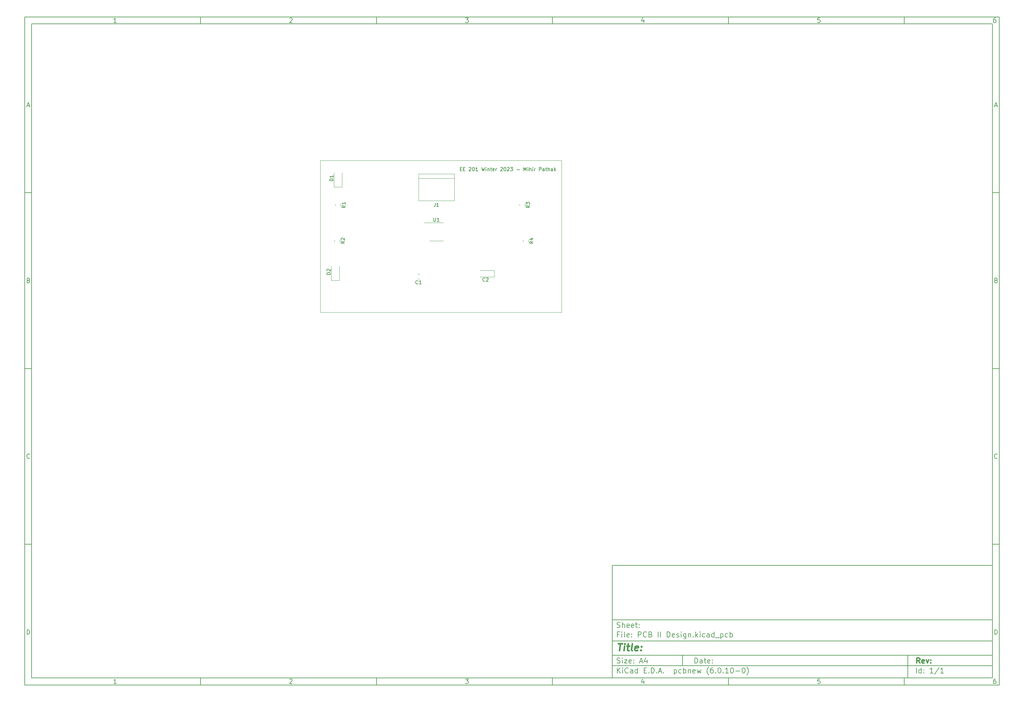
<source format=gbr>
%TF.GenerationSoftware,KiCad,Pcbnew,(6.0.10-0)*%
%TF.CreationDate,2023-02-24T22:40:58-08:00*%
%TF.ProjectId,PCB II Design,50434220-4949-4204-9465-7369676e2e6b,rev?*%
%TF.SameCoordinates,Original*%
%TF.FileFunction,Legend,Top*%
%TF.FilePolarity,Positive*%
%FSLAX46Y46*%
G04 Gerber Fmt 4.6, Leading zero omitted, Abs format (unit mm)*
G04 Created by KiCad (PCBNEW (6.0.10-0)) date 2023-02-24 22:40:58*
%MOMM*%
%LPD*%
G01*
G04 APERTURE LIST*
%ADD10C,0.100000*%
%ADD11C,0.150000*%
%ADD12C,0.300000*%
%ADD13C,0.400000*%
%TA.AperFunction,Profile*%
%ADD14C,0.100000*%
%TD*%
%ADD15C,0.120000*%
G04 APERTURE END LIST*
D10*
D11*
X177002200Y-166007200D02*
X177002200Y-198007200D01*
X285002200Y-198007200D01*
X285002200Y-166007200D01*
X177002200Y-166007200D01*
D10*
D11*
X10000000Y-10000000D02*
X10000000Y-200007200D01*
X287002200Y-200007200D01*
X287002200Y-10000000D01*
X10000000Y-10000000D01*
D10*
D11*
X12000000Y-12000000D02*
X12000000Y-198007200D01*
X285002200Y-198007200D01*
X285002200Y-12000000D01*
X12000000Y-12000000D01*
D10*
D11*
X60000000Y-12000000D02*
X60000000Y-10000000D01*
D10*
D11*
X110000000Y-12000000D02*
X110000000Y-10000000D01*
D10*
D11*
X160000000Y-12000000D02*
X160000000Y-10000000D01*
D10*
D11*
X210000000Y-12000000D02*
X210000000Y-10000000D01*
D10*
D11*
X260000000Y-12000000D02*
X260000000Y-10000000D01*
D10*
D11*
X36065476Y-11588095D02*
X35322619Y-11588095D01*
X35694047Y-11588095D02*
X35694047Y-10288095D01*
X35570238Y-10473809D01*
X35446428Y-10597619D01*
X35322619Y-10659523D01*
D10*
D11*
X85322619Y-10411904D02*
X85384523Y-10350000D01*
X85508333Y-10288095D01*
X85817857Y-10288095D01*
X85941666Y-10350000D01*
X86003571Y-10411904D01*
X86065476Y-10535714D01*
X86065476Y-10659523D01*
X86003571Y-10845238D01*
X85260714Y-11588095D01*
X86065476Y-11588095D01*
D10*
D11*
X135260714Y-10288095D02*
X136065476Y-10288095D01*
X135632142Y-10783333D01*
X135817857Y-10783333D01*
X135941666Y-10845238D01*
X136003571Y-10907142D01*
X136065476Y-11030952D01*
X136065476Y-11340476D01*
X136003571Y-11464285D01*
X135941666Y-11526190D01*
X135817857Y-11588095D01*
X135446428Y-11588095D01*
X135322619Y-11526190D01*
X135260714Y-11464285D01*
D10*
D11*
X185941666Y-10721428D02*
X185941666Y-11588095D01*
X185632142Y-10226190D02*
X185322619Y-11154761D01*
X186127380Y-11154761D01*
D10*
D11*
X236003571Y-10288095D02*
X235384523Y-10288095D01*
X235322619Y-10907142D01*
X235384523Y-10845238D01*
X235508333Y-10783333D01*
X235817857Y-10783333D01*
X235941666Y-10845238D01*
X236003571Y-10907142D01*
X236065476Y-11030952D01*
X236065476Y-11340476D01*
X236003571Y-11464285D01*
X235941666Y-11526190D01*
X235817857Y-11588095D01*
X235508333Y-11588095D01*
X235384523Y-11526190D01*
X235322619Y-11464285D01*
D10*
D11*
X285941666Y-10288095D02*
X285694047Y-10288095D01*
X285570238Y-10350000D01*
X285508333Y-10411904D01*
X285384523Y-10597619D01*
X285322619Y-10845238D01*
X285322619Y-11340476D01*
X285384523Y-11464285D01*
X285446428Y-11526190D01*
X285570238Y-11588095D01*
X285817857Y-11588095D01*
X285941666Y-11526190D01*
X286003571Y-11464285D01*
X286065476Y-11340476D01*
X286065476Y-11030952D01*
X286003571Y-10907142D01*
X285941666Y-10845238D01*
X285817857Y-10783333D01*
X285570238Y-10783333D01*
X285446428Y-10845238D01*
X285384523Y-10907142D01*
X285322619Y-11030952D01*
D10*
D11*
X60000000Y-198007200D02*
X60000000Y-200007200D01*
D10*
D11*
X110000000Y-198007200D02*
X110000000Y-200007200D01*
D10*
D11*
X160000000Y-198007200D02*
X160000000Y-200007200D01*
D10*
D11*
X210000000Y-198007200D02*
X210000000Y-200007200D01*
D10*
D11*
X260000000Y-198007200D02*
X260000000Y-200007200D01*
D10*
D11*
X36065476Y-199595295D02*
X35322619Y-199595295D01*
X35694047Y-199595295D02*
X35694047Y-198295295D01*
X35570238Y-198481009D01*
X35446428Y-198604819D01*
X35322619Y-198666723D01*
D10*
D11*
X85322619Y-198419104D02*
X85384523Y-198357200D01*
X85508333Y-198295295D01*
X85817857Y-198295295D01*
X85941666Y-198357200D01*
X86003571Y-198419104D01*
X86065476Y-198542914D01*
X86065476Y-198666723D01*
X86003571Y-198852438D01*
X85260714Y-199595295D01*
X86065476Y-199595295D01*
D10*
D11*
X135260714Y-198295295D02*
X136065476Y-198295295D01*
X135632142Y-198790533D01*
X135817857Y-198790533D01*
X135941666Y-198852438D01*
X136003571Y-198914342D01*
X136065476Y-199038152D01*
X136065476Y-199347676D01*
X136003571Y-199471485D01*
X135941666Y-199533390D01*
X135817857Y-199595295D01*
X135446428Y-199595295D01*
X135322619Y-199533390D01*
X135260714Y-199471485D01*
D10*
D11*
X185941666Y-198728628D02*
X185941666Y-199595295D01*
X185632142Y-198233390D02*
X185322619Y-199161961D01*
X186127380Y-199161961D01*
D10*
D11*
X236003571Y-198295295D02*
X235384523Y-198295295D01*
X235322619Y-198914342D01*
X235384523Y-198852438D01*
X235508333Y-198790533D01*
X235817857Y-198790533D01*
X235941666Y-198852438D01*
X236003571Y-198914342D01*
X236065476Y-199038152D01*
X236065476Y-199347676D01*
X236003571Y-199471485D01*
X235941666Y-199533390D01*
X235817857Y-199595295D01*
X235508333Y-199595295D01*
X235384523Y-199533390D01*
X235322619Y-199471485D01*
D10*
D11*
X285941666Y-198295295D02*
X285694047Y-198295295D01*
X285570238Y-198357200D01*
X285508333Y-198419104D01*
X285384523Y-198604819D01*
X285322619Y-198852438D01*
X285322619Y-199347676D01*
X285384523Y-199471485D01*
X285446428Y-199533390D01*
X285570238Y-199595295D01*
X285817857Y-199595295D01*
X285941666Y-199533390D01*
X286003571Y-199471485D01*
X286065476Y-199347676D01*
X286065476Y-199038152D01*
X286003571Y-198914342D01*
X285941666Y-198852438D01*
X285817857Y-198790533D01*
X285570238Y-198790533D01*
X285446428Y-198852438D01*
X285384523Y-198914342D01*
X285322619Y-199038152D01*
D10*
D11*
X10000000Y-60000000D02*
X12000000Y-60000000D01*
D10*
D11*
X10000000Y-110000000D02*
X12000000Y-110000000D01*
D10*
D11*
X10000000Y-160000000D02*
X12000000Y-160000000D01*
D10*
D11*
X10690476Y-35216666D02*
X11309523Y-35216666D01*
X10566666Y-35588095D02*
X11000000Y-34288095D01*
X11433333Y-35588095D01*
D10*
D11*
X11092857Y-84907142D02*
X11278571Y-84969047D01*
X11340476Y-85030952D01*
X11402380Y-85154761D01*
X11402380Y-85340476D01*
X11340476Y-85464285D01*
X11278571Y-85526190D01*
X11154761Y-85588095D01*
X10659523Y-85588095D01*
X10659523Y-84288095D01*
X11092857Y-84288095D01*
X11216666Y-84350000D01*
X11278571Y-84411904D01*
X11340476Y-84535714D01*
X11340476Y-84659523D01*
X11278571Y-84783333D01*
X11216666Y-84845238D01*
X11092857Y-84907142D01*
X10659523Y-84907142D01*
D10*
D11*
X11402380Y-135464285D02*
X11340476Y-135526190D01*
X11154761Y-135588095D01*
X11030952Y-135588095D01*
X10845238Y-135526190D01*
X10721428Y-135402380D01*
X10659523Y-135278571D01*
X10597619Y-135030952D01*
X10597619Y-134845238D01*
X10659523Y-134597619D01*
X10721428Y-134473809D01*
X10845238Y-134350000D01*
X11030952Y-134288095D01*
X11154761Y-134288095D01*
X11340476Y-134350000D01*
X11402380Y-134411904D01*
D10*
D11*
X10659523Y-185588095D02*
X10659523Y-184288095D01*
X10969047Y-184288095D01*
X11154761Y-184350000D01*
X11278571Y-184473809D01*
X11340476Y-184597619D01*
X11402380Y-184845238D01*
X11402380Y-185030952D01*
X11340476Y-185278571D01*
X11278571Y-185402380D01*
X11154761Y-185526190D01*
X10969047Y-185588095D01*
X10659523Y-185588095D01*
D10*
D11*
X287002200Y-60000000D02*
X285002200Y-60000000D01*
D10*
D11*
X287002200Y-110000000D02*
X285002200Y-110000000D01*
D10*
D11*
X287002200Y-160000000D02*
X285002200Y-160000000D01*
D10*
D11*
X285692676Y-35216666D02*
X286311723Y-35216666D01*
X285568866Y-35588095D02*
X286002200Y-34288095D01*
X286435533Y-35588095D01*
D10*
D11*
X286095057Y-84907142D02*
X286280771Y-84969047D01*
X286342676Y-85030952D01*
X286404580Y-85154761D01*
X286404580Y-85340476D01*
X286342676Y-85464285D01*
X286280771Y-85526190D01*
X286156961Y-85588095D01*
X285661723Y-85588095D01*
X285661723Y-84288095D01*
X286095057Y-84288095D01*
X286218866Y-84350000D01*
X286280771Y-84411904D01*
X286342676Y-84535714D01*
X286342676Y-84659523D01*
X286280771Y-84783333D01*
X286218866Y-84845238D01*
X286095057Y-84907142D01*
X285661723Y-84907142D01*
D10*
D11*
X286404580Y-135464285D02*
X286342676Y-135526190D01*
X286156961Y-135588095D01*
X286033152Y-135588095D01*
X285847438Y-135526190D01*
X285723628Y-135402380D01*
X285661723Y-135278571D01*
X285599819Y-135030952D01*
X285599819Y-134845238D01*
X285661723Y-134597619D01*
X285723628Y-134473809D01*
X285847438Y-134350000D01*
X286033152Y-134288095D01*
X286156961Y-134288095D01*
X286342676Y-134350000D01*
X286404580Y-134411904D01*
D10*
D11*
X285661723Y-185588095D02*
X285661723Y-184288095D01*
X285971247Y-184288095D01*
X286156961Y-184350000D01*
X286280771Y-184473809D01*
X286342676Y-184597619D01*
X286404580Y-184845238D01*
X286404580Y-185030952D01*
X286342676Y-185278571D01*
X286280771Y-185402380D01*
X286156961Y-185526190D01*
X285971247Y-185588095D01*
X285661723Y-185588095D01*
D10*
D11*
X200434342Y-193785771D02*
X200434342Y-192285771D01*
X200791485Y-192285771D01*
X201005771Y-192357200D01*
X201148628Y-192500057D01*
X201220057Y-192642914D01*
X201291485Y-192928628D01*
X201291485Y-193142914D01*
X201220057Y-193428628D01*
X201148628Y-193571485D01*
X201005771Y-193714342D01*
X200791485Y-193785771D01*
X200434342Y-193785771D01*
X202577200Y-193785771D02*
X202577200Y-193000057D01*
X202505771Y-192857200D01*
X202362914Y-192785771D01*
X202077200Y-192785771D01*
X201934342Y-192857200D01*
X202577200Y-193714342D02*
X202434342Y-193785771D01*
X202077200Y-193785771D01*
X201934342Y-193714342D01*
X201862914Y-193571485D01*
X201862914Y-193428628D01*
X201934342Y-193285771D01*
X202077200Y-193214342D01*
X202434342Y-193214342D01*
X202577200Y-193142914D01*
X203077200Y-192785771D02*
X203648628Y-192785771D01*
X203291485Y-192285771D02*
X203291485Y-193571485D01*
X203362914Y-193714342D01*
X203505771Y-193785771D01*
X203648628Y-193785771D01*
X204720057Y-193714342D02*
X204577200Y-193785771D01*
X204291485Y-193785771D01*
X204148628Y-193714342D01*
X204077200Y-193571485D01*
X204077200Y-193000057D01*
X204148628Y-192857200D01*
X204291485Y-192785771D01*
X204577200Y-192785771D01*
X204720057Y-192857200D01*
X204791485Y-193000057D01*
X204791485Y-193142914D01*
X204077200Y-193285771D01*
X205434342Y-193642914D02*
X205505771Y-193714342D01*
X205434342Y-193785771D01*
X205362914Y-193714342D01*
X205434342Y-193642914D01*
X205434342Y-193785771D01*
X205434342Y-192857200D02*
X205505771Y-192928628D01*
X205434342Y-193000057D01*
X205362914Y-192928628D01*
X205434342Y-192857200D01*
X205434342Y-193000057D01*
D10*
D11*
X177002200Y-194507200D02*
X285002200Y-194507200D01*
D10*
D11*
X178434342Y-196585771D02*
X178434342Y-195085771D01*
X179291485Y-196585771D02*
X178648628Y-195728628D01*
X179291485Y-195085771D02*
X178434342Y-195942914D01*
X179934342Y-196585771D02*
X179934342Y-195585771D01*
X179934342Y-195085771D02*
X179862914Y-195157200D01*
X179934342Y-195228628D01*
X180005771Y-195157200D01*
X179934342Y-195085771D01*
X179934342Y-195228628D01*
X181505771Y-196442914D02*
X181434342Y-196514342D01*
X181220057Y-196585771D01*
X181077200Y-196585771D01*
X180862914Y-196514342D01*
X180720057Y-196371485D01*
X180648628Y-196228628D01*
X180577200Y-195942914D01*
X180577200Y-195728628D01*
X180648628Y-195442914D01*
X180720057Y-195300057D01*
X180862914Y-195157200D01*
X181077200Y-195085771D01*
X181220057Y-195085771D01*
X181434342Y-195157200D01*
X181505771Y-195228628D01*
X182791485Y-196585771D02*
X182791485Y-195800057D01*
X182720057Y-195657200D01*
X182577200Y-195585771D01*
X182291485Y-195585771D01*
X182148628Y-195657200D01*
X182791485Y-196514342D02*
X182648628Y-196585771D01*
X182291485Y-196585771D01*
X182148628Y-196514342D01*
X182077200Y-196371485D01*
X182077200Y-196228628D01*
X182148628Y-196085771D01*
X182291485Y-196014342D01*
X182648628Y-196014342D01*
X182791485Y-195942914D01*
X184148628Y-196585771D02*
X184148628Y-195085771D01*
X184148628Y-196514342D02*
X184005771Y-196585771D01*
X183720057Y-196585771D01*
X183577200Y-196514342D01*
X183505771Y-196442914D01*
X183434342Y-196300057D01*
X183434342Y-195871485D01*
X183505771Y-195728628D01*
X183577200Y-195657200D01*
X183720057Y-195585771D01*
X184005771Y-195585771D01*
X184148628Y-195657200D01*
X186005771Y-195800057D02*
X186505771Y-195800057D01*
X186720057Y-196585771D02*
X186005771Y-196585771D01*
X186005771Y-195085771D01*
X186720057Y-195085771D01*
X187362914Y-196442914D02*
X187434342Y-196514342D01*
X187362914Y-196585771D01*
X187291485Y-196514342D01*
X187362914Y-196442914D01*
X187362914Y-196585771D01*
X188077200Y-196585771D02*
X188077200Y-195085771D01*
X188434342Y-195085771D01*
X188648628Y-195157200D01*
X188791485Y-195300057D01*
X188862914Y-195442914D01*
X188934342Y-195728628D01*
X188934342Y-195942914D01*
X188862914Y-196228628D01*
X188791485Y-196371485D01*
X188648628Y-196514342D01*
X188434342Y-196585771D01*
X188077200Y-196585771D01*
X189577200Y-196442914D02*
X189648628Y-196514342D01*
X189577200Y-196585771D01*
X189505771Y-196514342D01*
X189577200Y-196442914D01*
X189577200Y-196585771D01*
X190220057Y-196157200D02*
X190934342Y-196157200D01*
X190077200Y-196585771D02*
X190577200Y-195085771D01*
X191077200Y-196585771D01*
X191577200Y-196442914D02*
X191648628Y-196514342D01*
X191577200Y-196585771D01*
X191505771Y-196514342D01*
X191577200Y-196442914D01*
X191577200Y-196585771D01*
X194577200Y-195585771D02*
X194577200Y-197085771D01*
X194577200Y-195657200D02*
X194720057Y-195585771D01*
X195005771Y-195585771D01*
X195148628Y-195657200D01*
X195220057Y-195728628D01*
X195291485Y-195871485D01*
X195291485Y-196300057D01*
X195220057Y-196442914D01*
X195148628Y-196514342D01*
X195005771Y-196585771D01*
X194720057Y-196585771D01*
X194577200Y-196514342D01*
X196577200Y-196514342D02*
X196434342Y-196585771D01*
X196148628Y-196585771D01*
X196005771Y-196514342D01*
X195934342Y-196442914D01*
X195862914Y-196300057D01*
X195862914Y-195871485D01*
X195934342Y-195728628D01*
X196005771Y-195657200D01*
X196148628Y-195585771D01*
X196434342Y-195585771D01*
X196577200Y-195657200D01*
X197220057Y-196585771D02*
X197220057Y-195085771D01*
X197220057Y-195657200D02*
X197362914Y-195585771D01*
X197648628Y-195585771D01*
X197791485Y-195657200D01*
X197862914Y-195728628D01*
X197934342Y-195871485D01*
X197934342Y-196300057D01*
X197862914Y-196442914D01*
X197791485Y-196514342D01*
X197648628Y-196585771D01*
X197362914Y-196585771D01*
X197220057Y-196514342D01*
X198577200Y-195585771D02*
X198577200Y-196585771D01*
X198577200Y-195728628D02*
X198648628Y-195657200D01*
X198791485Y-195585771D01*
X199005771Y-195585771D01*
X199148628Y-195657200D01*
X199220057Y-195800057D01*
X199220057Y-196585771D01*
X200505771Y-196514342D02*
X200362914Y-196585771D01*
X200077200Y-196585771D01*
X199934342Y-196514342D01*
X199862914Y-196371485D01*
X199862914Y-195800057D01*
X199934342Y-195657200D01*
X200077200Y-195585771D01*
X200362914Y-195585771D01*
X200505771Y-195657200D01*
X200577200Y-195800057D01*
X200577200Y-195942914D01*
X199862914Y-196085771D01*
X201077200Y-195585771D02*
X201362914Y-196585771D01*
X201648628Y-195871485D01*
X201934342Y-196585771D01*
X202220057Y-195585771D01*
X204362914Y-197157200D02*
X204291485Y-197085771D01*
X204148628Y-196871485D01*
X204077200Y-196728628D01*
X204005771Y-196514342D01*
X203934342Y-196157200D01*
X203934342Y-195871485D01*
X204005771Y-195514342D01*
X204077200Y-195300057D01*
X204148628Y-195157200D01*
X204291485Y-194942914D01*
X204362914Y-194871485D01*
X205577200Y-195085771D02*
X205291485Y-195085771D01*
X205148628Y-195157200D01*
X205077200Y-195228628D01*
X204934342Y-195442914D01*
X204862914Y-195728628D01*
X204862914Y-196300057D01*
X204934342Y-196442914D01*
X205005771Y-196514342D01*
X205148628Y-196585771D01*
X205434342Y-196585771D01*
X205577200Y-196514342D01*
X205648628Y-196442914D01*
X205720057Y-196300057D01*
X205720057Y-195942914D01*
X205648628Y-195800057D01*
X205577200Y-195728628D01*
X205434342Y-195657200D01*
X205148628Y-195657200D01*
X205005771Y-195728628D01*
X204934342Y-195800057D01*
X204862914Y-195942914D01*
X206362914Y-196442914D02*
X206434342Y-196514342D01*
X206362914Y-196585771D01*
X206291485Y-196514342D01*
X206362914Y-196442914D01*
X206362914Y-196585771D01*
X207362914Y-195085771D02*
X207505771Y-195085771D01*
X207648628Y-195157200D01*
X207720057Y-195228628D01*
X207791485Y-195371485D01*
X207862914Y-195657200D01*
X207862914Y-196014342D01*
X207791485Y-196300057D01*
X207720057Y-196442914D01*
X207648628Y-196514342D01*
X207505771Y-196585771D01*
X207362914Y-196585771D01*
X207220057Y-196514342D01*
X207148628Y-196442914D01*
X207077200Y-196300057D01*
X207005771Y-196014342D01*
X207005771Y-195657200D01*
X207077200Y-195371485D01*
X207148628Y-195228628D01*
X207220057Y-195157200D01*
X207362914Y-195085771D01*
X208505771Y-196442914D02*
X208577200Y-196514342D01*
X208505771Y-196585771D01*
X208434342Y-196514342D01*
X208505771Y-196442914D01*
X208505771Y-196585771D01*
X210005771Y-196585771D02*
X209148628Y-196585771D01*
X209577200Y-196585771D02*
X209577200Y-195085771D01*
X209434342Y-195300057D01*
X209291485Y-195442914D01*
X209148628Y-195514342D01*
X210934342Y-195085771D02*
X211077200Y-195085771D01*
X211220057Y-195157200D01*
X211291485Y-195228628D01*
X211362914Y-195371485D01*
X211434342Y-195657200D01*
X211434342Y-196014342D01*
X211362914Y-196300057D01*
X211291485Y-196442914D01*
X211220057Y-196514342D01*
X211077200Y-196585771D01*
X210934342Y-196585771D01*
X210791485Y-196514342D01*
X210720057Y-196442914D01*
X210648628Y-196300057D01*
X210577200Y-196014342D01*
X210577200Y-195657200D01*
X210648628Y-195371485D01*
X210720057Y-195228628D01*
X210791485Y-195157200D01*
X210934342Y-195085771D01*
X212077200Y-196014342D02*
X213220057Y-196014342D01*
X214220057Y-195085771D02*
X214362914Y-195085771D01*
X214505771Y-195157200D01*
X214577200Y-195228628D01*
X214648628Y-195371485D01*
X214720057Y-195657200D01*
X214720057Y-196014342D01*
X214648628Y-196300057D01*
X214577200Y-196442914D01*
X214505771Y-196514342D01*
X214362914Y-196585771D01*
X214220057Y-196585771D01*
X214077200Y-196514342D01*
X214005771Y-196442914D01*
X213934342Y-196300057D01*
X213862914Y-196014342D01*
X213862914Y-195657200D01*
X213934342Y-195371485D01*
X214005771Y-195228628D01*
X214077200Y-195157200D01*
X214220057Y-195085771D01*
X215220057Y-197157200D02*
X215291485Y-197085771D01*
X215434342Y-196871485D01*
X215505771Y-196728628D01*
X215577200Y-196514342D01*
X215648628Y-196157200D01*
X215648628Y-195871485D01*
X215577200Y-195514342D01*
X215505771Y-195300057D01*
X215434342Y-195157200D01*
X215291485Y-194942914D01*
X215220057Y-194871485D01*
D10*
D11*
X177002200Y-191507200D02*
X285002200Y-191507200D01*
D10*
D12*
X264411485Y-193785771D02*
X263911485Y-193071485D01*
X263554342Y-193785771D02*
X263554342Y-192285771D01*
X264125771Y-192285771D01*
X264268628Y-192357200D01*
X264340057Y-192428628D01*
X264411485Y-192571485D01*
X264411485Y-192785771D01*
X264340057Y-192928628D01*
X264268628Y-193000057D01*
X264125771Y-193071485D01*
X263554342Y-193071485D01*
X265625771Y-193714342D02*
X265482914Y-193785771D01*
X265197200Y-193785771D01*
X265054342Y-193714342D01*
X264982914Y-193571485D01*
X264982914Y-193000057D01*
X265054342Y-192857200D01*
X265197200Y-192785771D01*
X265482914Y-192785771D01*
X265625771Y-192857200D01*
X265697200Y-193000057D01*
X265697200Y-193142914D01*
X264982914Y-193285771D01*
X266197200Y-192785771D02*
X266554342Y-193785771D01*
X266911485Y-192785771D01*
X267482914Y-193642914D02*
X267554342Y-193714342D01*
X267482914Y-193785771D01*
X267411485Y-193714342D01*
X267482914Y-193642914D01*
X267482914Y-193785771D01*
X267482914Y-192857200D02*
X267554342Y-192928628D01*
X267482914Y-193000057D01*
X267411485Y-192928628D01*
X267482914Y-192857200D01*
X267482914Y-193000057D01*
D10*
D11*
X178362914Y-193714342D02*
X178577200Y-193785771D01*
X178934342Y-193785771D01*
X179077200Y-193714342D01*
X179148628Y-193642914D01*
X179220057Y-193500057D01*
X179220057Y-193357200D01*
X179148628Y-193214342D01*
X179077200Y-193142914D01*
X178934342Y-193071485D01*
X178648628Y-193000057D01*
X178505771Y-192928628D01*
X178434342Y-192857200D01*
X178362914Y-192714342D01*
X178362914Y-192571485D01*
X178434342Y-192428628D01*
X178505771Y-192357200D01*
X178648628Y-192285771D01*
X179005771Y-192285771D01*
X179220057Y-192357200D01*
X179862914Y-193785771D02*
X179862914Y-192785771D01*
X179862914Y-192285771D02*
X179791485Y-192357200D01*
X179862914Y-192428628D01*
X179934342Y-192357200D01*
X179862914Y-192285771D01*
X179862914Y-192428628D01*
X180434342Y-192785771D02*
X181220057Y-192785771D01*
X180434342Y-193785771D01*
X181220057Y-193785771D01*
X182362914Y-193714342D02*
X182220057Y-193785771D01*
X181934342Y-193785771D01*
X181791485Y-193714342D01*
X181720057Y-193571485D01*
X181720057Y-193000057D01*
X181791485Y-192857200D01*
X181934342Y-192785771D01*
X182220057Y-192785771D01*
X182362914Y-192857200D01*
X182434342Y-193000057D01*
X182434342Y-193142914D01*
X181720057Y-193285771D01*
X183077200Y-193642914D02*
X183148628Y-193714342D01*
X183077200Y-193785771D01*
X183005771Y-193714342D01*
X183077200Y-193642914D01*
X183077200Y-193785771D01*
X183077200Y-192857200D02*
X183148628Y-192928628D01*
X183077200Y-193000057D01*
X183005771Y-192928628D01*
X183077200Y-192857200D01*
X183077200Y-193000057D01*
X184862914Y-193357200D02*
X185577200Y-193357200D01*
X184720057Y-193785771D02*
X185220057Y-192285771D01*
X185720057Y-193785771D01*
X186862914Y-192785771D02*
X186862914Y-193785771D01*
X186505771Y-192214342D02*
X186148628Y-193285771D01*
X187077200Y-193285771D01*
D10*
D11*
X263434342Y-196585771D02*
X263434342Y-195085771D01*
X264791485Y-196585771D02*
X264791485Y-195085771D01*
X264791485Y-196514342D02*
X264648628Y-196585771D01*
X264362914Y-196585771D01*
X264220057Y-196514342D01*
X264148628Y-196442914D01*
X264077200Y-196300057D01*
X264077200Y-195871485D01*
X264148628Y-195728628D01*
X264220057Y-195657200D01*
X264362914Y-195585771D01*
X264648628Y-195585771D01*
X264791485Y-195657200D01*
X265505771Y-196442914D02*
X265577200Y-196514342D01*
X265505771Y-196585771D01*
X265434342Y-196514342D01*
X265505771Y-196442914D01*
X265505771Y-196585771D01*
X265505771Y-195657200D02*
X265577200Y-195728628D01*
X265505771Y-195800057D01*
X265434342Y-195728628D01*
X265505771Y-195657200D01*
X265505771Y-195800057D01*
X268148628Y-196585771D02*
X267291485Y-196585771D01*
X267720057Y-196585771D02*
X267720057Y-195085771D01*
X267577200Y-195300057D01*
X267434342Y-195442914D01*
X267291485Y-195514342D01*
X269862914Y-195014342D02*
X268577200Y-196942914D01*
X271148628Y-196585771D02*
X270291485Y-196585771D01*
X270720057Y-196585771D02*
X270720057Y-195085771D01*
X270577200Y-195300057D01*
X270434342Y-195442914D01*
X270291485Y-195514342D01*
D10*
D11*
X177002200Y-187507200D02*
X285002200Y-187507200D01*
D10*
D13*
X178714580Y-188211961D02*
X179857438Y-188211961D01*
X179036009Y-190211961D02*
X179286009Y-188211961D01*
X180274104Y-190211961D02*
X180440771Y-188878628D01*
X180524104Y-188211961D02*
X180416961Y-188307200D01*
X180500295Y-188402438D01*
X180607438Y-188307200D01*
X180524104Y-188211961D01*
X180500295Y-188402438D01*
X181107438Y-188878628D02*
X181869342Y-188878628D01*
X181476485Y-188211961D02*
X181262200Y-189926247D01*
X181333628Y-190116723D01*
X181512200Y-190211961D01*
X181702676Y-190211961D01*
X182655057Y-190211961D02*
X182476485Y-190116723D01*
X182405057Y-189926247D01*
X182619342Y-188211961D01*
X184190771Y-190116723D02*
X183988390Y-190211961D01*
X183607438Y-190211961D01*
X183428866Y-190116723D01*
X183357438Y-189926247D01*
X183452676Y-189164342D01*
X183571723Y-188973866D01*
X183774104Y-188878628D01*
X184155057Y-188878628D01*
X184333628Y-188973866D01*
X184405057Y-189164342D01*
X184381247Y-189354819D01*
X183405057Y-189545295D01*
X185155057Y-190021485D02*
X185238390Y-190116723D01*
X185131247Y-190211961D01*
X185047914Y-190116723D01*
X185155057Y-190021485D01*
X185131247Y-190211961D01*
X185286009Y-188973866D02*
X185369342Y-189069104D01*
X185262200Y-189164342D01*
X185178866Y-189069104D01*
X185286009Y-188973866D01*
X185262200Y-189164342D01*
D10*
D11*
X178934342Y-185600057D02*
X178434342Y-185600057D01*
X178434342Y-186385771D02*
X178434342Y-184885771D01*
X179148628Y-184885771D01*
X179720057Y-186385771D02*
X179720057Y-185385771D01*
X179720057Y-184885771D02*
X179648628Y-184957200D01*
X179720057Y-185028628D01*
X179791485Y-184957200D01*
X179720057Y-184885771D01*
X179720057Y-185028628D01*
X180648628Y-186385771D02*
X180505771Y-186314342D01*
X180434342Y-186171485D01*
X180434342Y-184885771D01*
X181791485Y-186314342D02*
X181648628Y-186385771D01*
X181362914Y-186385771D01*
X181220057Y-186314342D01*
X181148628Y-186171485D01*
X181148628Y-185600057D01*
X181220057Y-185457200D01*
X181362914Y-185385771D01*
X181648628Y-185385771D01*
X181791485Y-185457200D01*
X181862914Y-185600057D01*
X181862914Y-185742914D01*
X181148628Y-185885771D01*
X182505771Y-186242914D02*
X182577200Y-186314342D01*
X182505771Y-186385771D01*
X182434342Y-186314342D01*
X182505771Y-186242914D01*
X182505771Y-186385771D01*
X182505771Y-185457200D02*
X182577200Y-185528628D01*
X182505771Y-185600057D01*
X182434342Y-185528628D01*
X182505771Y-185457200D01*
X182505771Y-185600057D01*
X184362914Y-186385771D02*
X184362914Y-184885771D01*
X184934342Y-184885771D01*
X185077200Y-184957200D01*
X185148628Y-185028628D01*
X185220057Y-185171485D01*
X185220057Y-185385771D01*
X185148628Y-185528628D01*
X185077200Y-185600057D01*
X184934342Y-185671485D01*
X184362914Y-185671485D01*
X186720057Y-186242914D02*
X186648628Y-186314342D01*
X186434342Y-186385771D01*
X186291485Y-186385771D01*
X186077200Y-186314342D01*
X185934342Y-186171485D01*
X185862914Y-186028628D01*
X185791485Y-185742914D01*
X185791485Y-185528628D01*
X185862914Y-185242914D01*
X185934342Y-185100057D01*
X186077200Y-184957200D01*
X186291485Y-184885771D01*
X186434342Y-184885771D01*
X186648628Y-184957200D01*
X186720057Y-185028628D01*
X187862914Y-185600057D02*
X188077200Y-185671485D01*
X188148628Y-185742914D01*
X188220057Y-185885771D01*
X188220057Y-186100057D01*
X188148628Y-186242914D01*
X188077200Y-186314342D01*
X187934342Y-186385771D01*
X187362914Y-186385771D01*
X187362914Y-184885771D01*
X187862914Y-184885771D01*
X188005771Y-184957200D01*
X188077200Y-185028628D01*
X188148628Y-185171485D01*
X188148628Y-185314342D01*
X188077200Y-185457200D01*
X188005771Y-185528628D01*
X187862914Y-185600057D01*
X187362914Y-185600057D01*
X190005771Y-186385771D02*
X190005771Y-184885771D01*
X190720057Y-186385771D02*
X190720057Y-184885771D01*
X192577200Y-186385771D02*
X192577200Y-184885771D01*
X192934342Y-184885771D01*
X193148628Y-184957200D01*
X193291485Y-185100057D01*
X193362914Y-185242914D01*
X193434342Y-185528628D01*
X193434342Y-185742914D01*
X193362914Y-186028628D01*
X193291485Y-186171485D01*
X193148628Y-186314342D01*
X192934342Y-186385771D01*
X192577200Y-186385771D01*
X194648628Y-186314342D02*
X194505771Y-186385771D01*
X194220057Y-186385771D01*
X194077200Y-186314342D01*
X194005771Y-186171485D01*
X194005771Y-185600057D01*
X194077200Y-185457200D01*
X194220057Y-185385771D01*
X194505771Y-185385771D01*
X194648628Y-185457200D01*
X194720057Y-185600057D01*
X194720057Y-185742914D01*
X194005771Y-185885771D01*
X195291485Y-186314342D02*
X195434342Y-186385771D01*
X195720057Y-186385771D01*
X195862914Y-186314342D01*
X195934342Y-186171485D01*
X195934342Y-186100057D01*
X195862914Y-185957200D01*
X195720057Y-185885771D01*
X195505771Y-185885771D01*
X195362914Y-185814342D01*
X195291485Y-185671485D01*
X195291485Y-185600057D01*
X195362914Y-185457200D01*
X195505771Y-185385771D01*
X195720057Y-185385771D01*
X195862914Y-185457200D01*
X196577200Y-186385771D02*
X196577200Y-185385771D01*
X196577200Y-184885771D02*
X196505771Y-184957200D01*
X196577200Y-185028628D01*
X196648628Y-184957200D01*
X196577200Y-184885771D01*
X196577200Y-185028628D01*
X197934342Y-185385771D02*
X197934342Y-186600057D01*
X197862914Y-186742914D01*
X197791485Y-186814342D01*
X197648628Y-186885771D01*
X197434342Y-186885771D01*
X197291485Y-186814342D01*
X197934342Y-186314342D02*
X197791485Y-186385771D01*
X197505771Y-186385771D01*
X197362914Y-186314342D01*
X197291485Y-186242914D01*
X197220057Y-186100057D01*
X197220057Y-185671485D01*
X197291485Y-185528628D01*
X197362914Y-185457200D01*
X197505771Y-185385771D01*
X197791485Y-185385771D01*
X197934342Y-185457200D01*
X198648628Y-185385771D02*
X198648628Y-186385771D01*
X198648628Y-185528628D02*
X198720057Y-185457200D01*
X198862914Y-185385771D01*
X199077200Y-185385771D01*
X199220057Y-185457200D01*
X199291485Y-185600057D01*
X199291485Y-186385771D01*
X200005771Y-186242914D02*
X200077200Y-186314342D01*
X200005771Y-186385771D01*
X199934342Y-186314342D01*
X200005771Y-186242914D01*
X200005771Y-186385771D01*
X200720057Y-186385771D02*
X200720057Y-184885771D01*
X200862914Y-185814342D02*
X201291485Y-186385771D01*
X201291485Y-185385771D02*
X200720057Y-185957200D01*
X201934342Y-186385771D02*
X201934342Y-185385771D01*
X201934342Y-184885771D02*
X201862914Y-184957200D01*
X201934342Y-185028628D01*
X202005771Y-184957200D01*
X201934342Y-184885771D01*
X201934342Y-185028628D01*
X203291485Y-186314342D02*
X203148628Y-186385771D01*
X202862914Y-186385771D01*
X202720057Y-186314342D01*
X202648628Y-186242914D01*
X202577200Y-186100057D01*
X202577200Y-185671485D01*
X202648628Y-185528628D01*
X202720057Y-185457200D01*
X202862914Y-185385771D01*
X203148628Y-185385771D01*
X203291485Y-185457200D01*
X204577200Y-186385771D02*
X204577200Y-185600057D01*
X204505771Y-185457200D01*
X204362914Y-185385771D01*
X204077200Y-185385771D01*
X203934342Y-185457200D01*
X204577200Y-186314342D02*
X204434342Y-186385771D01*
X204077200Y-186385771D01*
X203934342Y-186314342D01*
X203862914Y-186171485D01*
X203862914Y-186028628D01*
X203934342Y-185885771D01*
X204077200Y-185814342D01*
X204434342Y-185814342D01*
X204577200Y-185742914D01*
X205934342Y-186385771D02*
X205934342Y-184885771D01*
X205934342Y-186314342D02*
X205791485Y-186385771D01*
X205505771Y-186385771D01*
X205362914Y-186314342D01*
X205291485Y-186242914D01*
X205220057Y-186100057D01*
X205220057Y-185671485D01*
X205291485Y-185528628D01*
X205362914Y-185457200D01*
X205505771Y-185385771D01*
X205791485Y-185385771D01*
X205934342Y-185457200D01*
X206291485Y-186528628D02*
X207434342Y-186528628D01*
X207791485Y-185385771D02*
X207791485Y-186885771D01*
X207791485Y-185457200D02*
X207934342Y-185385771D01*
X208220057Y-185385771D01*
X208362914Y-185457200D01*
X208434342Y-185528628D01*
X208505771Y-185671485D01*
X208505771Y-186100057D01*
X208434342Y-186242914D01*
X208362914Y-186314342D01*
X208220057Y-186385771D01*
X207934342Y-186385771D01*
X207791485Y-186314342D01*
X209791485Y-186314342D02*
X209648628Y-186385771D01*
X209362914Y-186385771D01*
X209220057Y-186314342D01*
X209148628Y-186242914D01*
X209077200Y-186100057D01*
X209077200Y-185671485D01*
X209148628Y-185528628D01*
X209220057Y-185457200D01*
X209362914Y-185385771D01*
X209648628Y-185385771D01*
X209791485Y-185457200D01*
X210434342Y-186385771D02*
X210434342Y-184885771D01*
X210434342Y-185457200D02*
X210577200Y-185385771D01*
X210862914Y-185385771D01*
X211005771Y-185457200D01*
X211077200Y-185528628D01*
X211148628Y-185671485D01*
X211148628Y-186100057D01*
X211077200Y-186242914D01*
X211005771Y-186314342D01*
X210862914Y-186385771D01*
X210577200Y-186385771D01*
X210434342Y-186314342D01*
D10*
D11*
X177002200Y-181507200D02*
X285002200Y-181507200D01*
D10*
D11*
X178362914Y-183614342D02*
X178577200Y-183685771D01*
X178934342Y-183685771D01*
X179077200Y-183614342D01*
X179148628Y-183542914D01*
X179220057Y-183400057D01*
X179220057Y-183257200D01*
X179148628Y-183114342D01*
X179077200Y-183042914D01*
X178934342Y-182971485D01*
X178648628Y-182900057D01*
X178505771Y-182828628D01*
X178434342Y-182757200D01*
X178362914Y-182614342D01*
X178362914Y-182471485D01*
X178434342Y-182328628D01*
X178505771Y-182257200D01*
X178648628Y-182185771D01*
X179005771Y-182185771D01*
X179220057Y-182257200D01*
X179862914Y-183685771D02*
X179862914Y-182185771D01*
X180505771Y-183685771D02*
X180505771Y-182900057D01*
X180434342Y-182757200D01*
X180291485Y-182685771D01*
X180077200Y-182685771D01*
X179934342Y-182757200D01*
X179862914Y-182828628D01*
X181791485Y-183614342D02*
X181648628Y-183685771D01*
X181362914Y-183685771D01*
X181220057Y-183614342D01*
X181148628Y-183471485D01*
X181148628Y-182900057D01*
X181220057Y-182757200D01*
X181362914Y-182685771D01*
X181648628Y-182685771D01*
X181791485Y-182757200D01*
X181862914Y-182900057D01*
X181862914Y-183042914D01*
X181148628Y-183185771D01*
X183077200Y-183614342D02*
X182934342Y-183685771D01*
X182648628Y-183685771D01*
X182505771Y-183614342D01*
X182434342Y-183471485D01*
X182434342Y-182900057D01*
X182505771Y-182757200D01*
X182648628Y-182685771D01*
X182934342Y-182685771D01*
X183077200Y-182757200D01*
X183148628Y-182900057D01*
X183148628Y-183042914D01*
X182434342Y-183185771D01*
X183577200Y-182685771D02*
X184148628Y-182685771D01*
X183791485Y-182185771D02*
X183791485Y-183471485D01*
X183862914Y-183614342D01*
X184005771Y-183685771D01*
X184148628Y-183685771D01*
X184648628Y-183542914D02*
X184720057Y-183614342D01*
X184648628Y-183685771D01*
X184577200Y-183614342D01*
X184648628Y-183542914D01*
X184648628Y-183685771D01*
X184648628Y-182757200D02*
X184720057Y-182828628D01*
X184648628Y-182900057D01*
X184577200Y-182828628D01*
X184648628Y-182757200D01*
X184648628Y-182900057D01*
D10*
D12*
D10*
D11*
D10*
D11*
D10*
D11*
D10*
D11*
D10*
D11*
X197002200Y-191507200D02*
X197002200Y-194507200D01*
D10*
D11*
X261002200Y-191507200D02*
X261002200Y-198007200D01*
D14*
X93980000Y-50800000D02*
X162560000Y-50800000D01*
X162560000Y-50800000D02*
X162560000Y-93980000D01*
X162560000Y-93980000D02*
X93980000Y-93980000D01*
X93980000Y-93980000D02*
X93980000Y-50800000D01*
D11*
X133772380Y-53268571D02*
X134105714Y-53268571D01*
X134248571Y-53792380D02*
X133772380Y-53792380D01*
X133772380Y-52792380D01*
X134248571Y-52792380D01*
X134677142Y-53268571D02*
X135010476Y-53268571D01*
X135153333Y-53792380D02*
X134677142Y-53792380D01*
X134677142Y-52792380D01*
X135153333Y-52792380D01*
X136296190Y-52887619D02*
X136343809Y-52840000D01*
X136439047Y-52792380D01*
X136677142Y-52792380D01*
X136772380Y-52840000D01*
X136820000Y-52887619D01*
X136867619Y-52982857D01*
X136867619Y-53078095D01*
X136820000Y-53220952D01*
X136248571Y-53792380D01*
X136867619Y-53792380D01*
X137486666Y-52792380D02*
X137581904Y-52792380D01*
X137677142Y-52840000D01*
X137724761Y-52887619D01*
X137772380Y-52982857D01*
X137820000Y-53173333D01*
X137820000Y-53411428D01*
X137772380Y-53601904D01*
X137724761Y-53697142D01*
X137677142Y-53744761D01*
X137581904Y-53792380D01*
X137486666Y-53792380D01*
X137391428Y-53744761D01*
X137343809Y-53697142D01*
X137296190Y-53601904D01*
X137248571Y-53411428D01*
X137248571Y-53173333D01*
X137296190Y-52982857D01*
X137343809Y-52887619D01*
X137391428Y-52840000D01*
X137486666Y-52792380D01*
X138772380Y-53792380D02*
X138200952Y-53792380D01*
X138486666Y-53792380D02*
X138486666Y-52792380D01*
X138391428Y-52935238D01*
X138296190Y-53030476D01*
X138200952Y-53078095D01*
X139867619Y-52792380D02*
X140105714Y-53792380D01*
X140296190Y-53078095D01*
X140486666Y-53792380D01*
X140724761Y-52792380D01*
X141105714Y-53792380D02*
X141105714Y-53125714D01*
X141105714Y-52792380D02*
X141058095Y-52840000D01*
X141105714Y-52887619D01*
X141153333Y-52840000D01*
X141105714Y-52792380D01*
X141105714Y-52887619D01*
X141581904Y-53125714D02*
X141581904Y-53792380D01*
X141581904Y-53220952D02*
X141629523Y-53173333D01*
X141724761Y-53125714D01*
X141867619Y-53125714D01*
X141962857Y-53173333D01*
X142010476Y-53268571D01*
X142010476Y-53792380D01*
X142343809Y-53125714D02*
X142724761Y-53125714D01*
X142486666Y-52792380D02*
X142486666Y-53649523D01*
X142534285Y-53744761D01*
X142629523Y-53792380D01*
X142724761Y-53792380D01*
X143439047Y-53744761D02*
X143343809Y-53792380D01*
X143153333Y-53792380D01*
X143058095Y-53744761D01*
X143010476Y-53649523D01*
X143010476Y-53268571D01*
X143058095Y-53173333D01*
X143153333Y-53125714D01*
X143343809Y-53125714D01*
X143439047Y-53173333D01*
X143486666Y-53268571D01*
X143486666Y-53363809D01*
X143010476Y-53459047D01*
X143915238Y-53792380D02*
X143915238Y-53125714D01*
X143915238Y-53316190D02*
X143962857Y-53220952D01*
X144010476Y-53173333D01*
X144105714Y-53125714D01*
X144200952Y-53125714D01*
X145248571Y-52887619D02*
X145296190Y-52840000D01*
X145391428Y-52792380D01*
X145629523Y-52792380D01*
X145724761Y-52840000D01*
X145772380Y-52887619D01*
X145820000Y-52982857D01*
X145820000Y-53078095D01*
X145772380Y-53220952D01*
X145200952Y-53792380D01*
X145820000Y-53792380D01*
X146439047Y-52792380D02*
X146534285Y-52792380D01*
X146629523Y-52840000D01*
X146677142Y-52887619D01*
X146724761Y-52982857D01*
X146772380Y-53173333D01*
X146772380Y-53411428D01*
X146724761Y-53601904D01*
X146677142Y-53697142D01*
X146629523Y-53744761D01*
X146534285Y-53792380D01*
X146439047Y-53792380D01*
X146343809Y-53744761D01*
X146296190Y-53697142D01*
X146248571Y-53601904D01*
X146200952Y-53411428D01*
X146200952Y-53173333D01*
X146248571Y-52982857D01*
X146296190Y-52887619D01*
X146343809Y-52840000D01*
X146439047Y-52792380D01*
X147153333Y-52887619D02*
X147200952Y-52840000D01*
X147296190Y-52792380D01*
X147534285Y-52792380D01*
X147629523Y-52840000D01*
X147677142Y-52887619D01*
X147724761Y-52982857D01*
X147724761Y-53078095D01*
X147677142Y-53220952D01*
X147105714Y-53792380D01*
X147724761Y-53792380D01*
X148058095Y-52792380D02*
X148677142Y-52792380D01*
X148343809Y-53173333D01*
X148486666Y-53173333D01*
X148581904Y-53220952D01*
X148629523Y-53268571D01*
X148677142Y-53363809D01*
X148677142Y-53601904D01*
X148629523Y-53697142D01*
X148581904Y-53744761D01*
X148486666Y-53792380D01*
X148200952Y-53792380D01*
X148105714Y-53744761D01*
X148058095Y-53697142D01*
X149867619Y-53411428D02*
X150629523Y-53411428D01*
X151867619Y-53792380D02*
X151867619Y-52792380D01*
X152200952Y-53506666D01*
X152534285Y-52792380D01*
X152534285Y-53792380D01*
X153010476Y-53792380D02*
X153010476Y-53125714D01*
X153010476Y-52792380D02*
X152962857Y-52840000D01*
X153010476Y-52887619D01*
X153058095Y-52840000D01*
X153010476Y-52792380D01*
X153010476Y-52887619D01*
X153486666Y-53792380D02*
X153486666Y-52792380D01*
X153915238Y-53792380D02*
X153915238Y-53268571D01*
X153867619Y-53173333D01*
X153772380Y-53125714D01*
X153629523Y-53125714D01*
X153534285Y-53173333D01*
X153486666Y-53220952D01*
X154391428Y-53792380D02*
X154391428Y-53125714D01*
X154391428Y-52792380D02*
X154343809Y-52840000D01*
X154391428Y-52887619D01*
X154439047Y-52840000D01*
X154391428Y-52792380D01*
X154391428Y-52887619D01*
X154867619Y-53792380D02*
X154867619Y-53125714D01*
X154867619Y-53316190D02*
X154915238Y-53220952D01*
X154962857Y-53173333D01*
X155058095Y-53125714D01*
X155153333Y-53125714D01*
X156248571Y-53792380D02*
X156248571Y-52792380D01*
X156629523Y-52792380D01*
X156724761Y-52840000D01*
X156772380Y-52887619D01*
X156820000Y-52982857D01*
X156820000Y-53125714D01*
X156772380Y-53220952D01*
X156724761Y-53268571D01*
X156629523Y-53316190D01*
X156248571Y-53316190D01*
X157677142Y-53792380D02*
X157677142Y-53268571D01*
X157629523Y-53173333D01*
X157534285Y-53125714D01*
X157343809Y-53125714D01*
X157248571Y-53173333D01*
X157677142Y-53744761D02*
X157581904Y-53792380D01*
X157343809Y-53792380D01*
X157248571Y-53744761D01*
X157200952Y-53649523D01*
X157200952Y-53554285D01*
X157248571Y-53459047D01*
X157343809Y-53411428D01*
X157581904Y-53411428D01*
X157677142Y-53363809D01*
X158010476Y-53125714D02*
X158391428Y-53125714D01*
X158153333Y-52792380D02*
X158153333Y-53649523D01*
X158200952Y-53744761D01*
X158296190Y-53792380D01*
X158391428Y-53792380D01*
X158724761Y-53792380D02*
X158724761Y-52792380D01*
X159153333Y-53792380D02*
X159153333Y-53268571D01*
X159105714Y-53173333D01*
X159010476Y-53125714D01*
X158867619Y-53125714D01*
X158772380Y-53173333D01*
X158724761Y-53220952D01*
X160058095Y-53792380D02*
X160058095Y-53268571D01*
X160010476Y-53173333D01*
X159915238Y-53125714D01*
X159724761Y-53125714D01*
X159629523Y-53173333D01*
X160058095Y-53744761D02*
X159962857Y-53792380D01*
X159724761Y-53792380D01*
X159629523Y-53744761D01*
X159581904Y-53649523D01*
X159581904Y-53554285D01*
X159629523Y-53459047D01*
X159724761Y-53411428D01*
X159962857Y-53411428D01*
X160058095Y-53363809D01*
X160534285Y-53792380D02*
X160534285Y-52792380D01*
X160629523Y-53411428D02*
X160915238Y-53792380D01*
X160915238Y-53125714D02*
X160534285Y-53506666D01*
%TO.C,R3*%
X153502380Y-63666666D02*
X153026190Y-64000000D01*
X153502380Y-64238095D02*
X152502380Y-64238095D01*
X152502380Y-63857142D01*
X152550000Y-63761904D01*
X152597619Y-63714285D01*
X152692857Y-63666666D01*
X152835714Y-63666666D01*
X152930952Y-63714285D01*
X152978571Y-63761904D01*
X153026190Y-63857142D01*
X153026190Y-64238095D01*
X152502380Y-63333333D02*
X152502380Y-62714285D01*
X152883333Y-63047619D01*
X152883333Y-62904761D01*
X152930952Y-62809523D01*
X152978571Y-62761904D01*
X153073809Y-62714285D01*
X153311904Y-62714285D01*
X153407142Y-62761904D01*
X153454761Y-62809523D01*
X153502380Y-62904761D01*
X153502380Y-63190476D01*
X153454761Y-63285714D01*
X153407142Y-63333333D01*
%TO.C,R1*%
X101162380Y-63666666D02*
X100686190Y-64000000D01*
X101162380Y-64238095D02*
X100162380Y-64238095D01*
X100162380Y-63857142D01*
X100210000Y-63761904D01*
X100257619Y-63714285D01*
X100352857Y-63666666D01*
X100495714Y-63666666D01*
X100590952Y-63714285D01*
X100638571Y-63761904D01*
X100686190Y-63857142D01*
X100686190Y-64238095D01*
X101162380Y-62714285D02*
X101162380Y-63285714D01*
X101162380Y-63000000D02*
X100162380Y-63000000D01*
X100305238Y-63095238D01*
X100400476Y-63190476D01*
X100448095Y-63285714D01*
%TO.C,C1*%
X121753333Y-85857142D02*
X121705714Y-85904761D01*
X121562857Y-85952380D01*
X121467619Y-85952380D01*
X121324761Y-85904761D01*
X121229523Y-85809523D01*
X121181904Y-85714285D01*
X121134285Y-85523809D01*
X121134285Y-85380952D01*
X121181904Y-85190476D01*
X121229523Y-85095238D01*
X121324761Y-85000000D01*
X121467619Y-84952380D01*
X121562857Y-84952380D01*
X121705714Y-85000000D01*
X121753333Y-85047619D01*
X122705714Y-85952380D02*
X122134285Y-85952380D01*
X122420000Y-85952380D02*
X122420000Y-84952380D01*
X122324761Y-85095238D01*
X122229523Y-85190476D01*
X122134285Y-85238095D01*
%TO.C,D2*%
X96892380Y-83218095D02*
X95892380Y-83218095D01*
X95892380Y-82980000D01*
X95940000Y-82837142D01*
X96035238Y-82741904D01*
X96130476Y-82694285D01*
X96320952Y-82646666D01*
X96463809Y-82646666D01*
X96654285Y-82694285D01*
X96749523Y-82741904D01*
X96844761Y-82837142D01*
X96892380Y-82980000D01*
X96892380Y-83218095D01*
X95987619Y-82265714D02*
X95940000Y-82218095D01*
X95892380Y-82122857D01*
X95892380Y-81884761D01*
X95940000Y-81789523D01*
X95987619Y-81741904D01*
X96082857Y-81694285D01*
X96178095Y-81694285D01*
X96320952Y-81741904D01*
X96892380Y-82313333D01*
X96892380Y-81694285D01*
%TO.C,D1*%
X97692380Y-56618095D02*
X96692380Y-56618095D01*
X96692380Y-56380000D01*
X96740000Y-56237142D01*
X96835238Y-56141904D01*
X96930476Y-56094285D01*
X97120952Y-56046666D01*
X97263809Y-56046666D01*
X97454285Y-56094285D01*
X97549523Y-56141904D01*
X97644761Y-56237142D01*
X97692380Y-56380000D01*
X97692380Y-56618095D01*
X97692380Y-55094285D02*
X97692380Y-55665714D01*
X97692380Y-55380000D02*
X96692380Y-55380000D01*
X96835238Y-55475238D01*
X96930476Y-55570476D01*
X96978095Y-55665714D01*
%TO.C,U1*%
X126238095Y-67172380D02*
X126238095Y-67981904D01*
X126285714Y-68077142D01*
X126333333Y-68124761D01*
X126428571Y-68172380D01*
X126619047Y-68172380D01*
X126714285Y-68124761D01*
X126761904Y-68077142D01*
X126809523Y-67981904D01*
X126809523Y-67172380D01*
X127809523Y-68172380D02*
X127238095Y-68172380D01*
X127523809Y-68172380D02*
X127523809Y-67172380D01*
X127428571Y-67315238D01*
X127333333Y-67410476D01*
X127238095Y-67458095D01*
%TO.C,R2*%
X100912380Y-73826666D02*
X100436190Y-74160000D01*
X100912380Y-74398095D02*
X99912380Y-74398095D01*
X99912380Y-74017142D01*
X99960000Y-73921904D01*
X100007619Y-73874285D01*
X100102857Y-73826666D01*
X100245714Y-73826666D01*
X100340952Y-73874285D01*
X100388571Y-73921904D01*
X100436190Y-74017142D01*
X100436190Y-74398095D01*
X100007619Y-73445714D02*
X99960000Y-73398095D01*
X99912380Y-73302857D01*
X99912380Y-73064761D01*
X99960000Y-72969523D01*
X100007619Y-72921904D01*
X100102857Y-72874285D01*
X100198095Y-72874285D01*
X100340952Y-72921904D01*
X100912380Y-73493333D01*
X100912380Y-72874285D01*
%TO.C,C2*%
X140808333Y-85127142D02*
X140760714Y-85174761D01*
X140617857Y-85222380D01*
X140522619Y-85222380D01*
X140379761Y-85174761D01*
X140284523Y-85079523D01*
X140236904Y-84984285D01*
X140189285Y-84793809D01*
X140189285Y-84650952D01*
X140236904Y-84460476D01*
X140284523Y-84365238D01*
X140379761Y-84270000D01*
X140522619Y-84222380D01*
X140617857Y-84222380D01*
X140760714Y-84270000D01*
X140808333Y-84317619D01*
X141189285Y-84317619D02*
X141236904Y-84270000D01*
X141332142Y-84222380D01*
X141570238Y-84222380D01*
X141665476Y-84270000D01*
X141713095Y-84317619D01*
X141760714Y-84412857D01*
X141760714Y-84508095D01*
X141713095Y-84650952D01*
X141141666Y-85222380D01*
X141760714Y-85222380D01*
%TO.C,R4*%
X154502380Y-73826666D02*
X154026190Y-74160000D01*
X154502380Y-74398095D02*
X153502380Y-74398095D01*
X153502380Y-74017142D01*
X153550000Y-73921904D01*
X153597619Y-73874285D01*
X153692857Y-73826666D01*
X153835714Y-73826666D01*
X153930952Y-73874285D01*
X153978571Y-73921904D01*
X154026190Y-74017142D01*
X154026190Y-74398095D01*
X153835714Y-72969523D02*
X154502380Y-72969523D01*
X153454761Y-73207619D02*
X154169047Y-73445714D01*
X154169047Y-72826666D01*
%TO.C,J1*%
X126666666Y-62952380D02*
X126666666Y-63666666D01*
X126619047Y-63809523D01*
X126523809Y-63904761D01*
X126380952Y-63952380D01*
X126285714Y-63952380D01*
X127666666Y-63952380D02*
X127095238Y-63952380D01*
X127380952Y-63952380D02*
X127380952Y-62952380D01*
X127285714Y-63095238D01*
X127190476Y-63190476D01*
X127095238Y-63238095D01*
D15*
%TO.C,R3*%
X150665000Y-63272936D02*
X150665000Y-63727064D01*
X152135000Y-63272936D02*
X152135000Y-63727064D01*
%TO.C,R1*%
X98325000Y-63272936D02*
X98325000Y-63727064D01*
X99795000Y-63272936D02*
X99795000Y-63727064D01*
%TO.C,C1*%
X122181252Y-84555000D02*
X121658748Y-84555000D01*
X122181252Y-83085000D02*
X121658748Y-83085000D01*
%TO.C,D2*%
X97125000Y-80880000D02*
X97125000Y-84940000D01*
X97125000Y-84940000D02*
X99395000Y-84940000D01*
X99395000Y-84940000D02*
X99395000Y-80880000D01*
%TO.C,D1*%
X97925000Y-58340000D02*
X100195000Y-58340000D01*
X97925000Y-54280000D02*
X97925000Y-58340000D01*
X100195000Y-58340000D02*
X100195000Y-54280000D01*
%TO.C,U1*%
X127000000Y-73680000D02*
X128950000Y-73680000D01*
X127000000Y-68560000D02*
X128950000Y-68560000D01*
X127000000Y-73680000D02*
X125050000Y-73680000D01*
X127000000Y-68560000D02*
X123550000Y-68560000D01*
%TO.C,R2*%
X99545000Y-73432936D02*
X99545000Y-73887064D01*
X98075000Y-73432936D02*
X98075000Y-73887064D01*
%TO.C,C2*%
X143460000Y-83955000D02*
X143460000Y-82085000D01*
X143460000Y-82085000D02*
X139375000Y-82085000D01*
X139375000Y-83955000D02*
X143460000Y-83955000D01*
%TO.C,R4*%
X153135000Y-73432936D02*
X153135000Y-73887064D01*
X151665000Y-73432936D02*
X151665000Y-73887064D01*
%TO.C,J1*%
X121920000Y-62230000D02*
X132080000Y-62230000D01*
X121920000Y-54610000D02*
X121920000Y-62230000D01*
X132080000Y-54610000D02*
X121920000Y-54610000D01*
X121920000Y-55880000D02*
X132080000Y-55880000D01*
X132080000Y-62230000D02*
X132080000Y-54610000D01*
%TD*%
M02*

</source>
